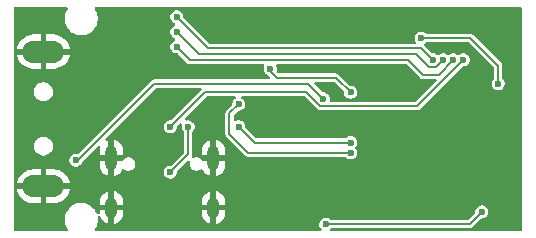
<source format=gbr>
%TF.GenerationSoftware,KiCad,Pcbnew,9.0.7*%
%TF.CreationDate,2026-02-09T14:49:55+01:00*%
%TF.ProjectId,usb-dmx,7573622d-646d-4782-9e6b-696361645f70,1.3*%
%TF.SameCoordinates,Original*%
%TF.FileFunction,Copper,L2,Bot*%
%TF.FilePolarity,Positive*%
%FSLAX46Y46*%
G04 Gerber Fmt 4.6, Leading zero omitted, Abs format (unit mm)*
G04 Created by KiCad (PCBNEW 9.0.7) date 2026-02-09 14:49:55*
%MOMM*%
%LPD*%
G01*
G04 APERTURE LIST*
%TA.AperFunction,HeatsinkPad*%
%ADD10O,3.500000X1.900000*%
%TD*%
%TA.AperFunction,HeatsinkPad*%
%ADD11O,1.000000X2.100000*%
%TD*%
%TA.AperFunction,HeatsinkPad*%
%ADD12O,1.000000X1.800000*%
%TD*%
%TA.AperFunction,ViaPad*%
%ADD13C,0.600000*%
%TD*%
%TA.AperFunction,Conductor*%
%ADD14C,0.200000*%
%TD*%
G04 APERTURE END LIST*
D10*
%TO.P,J2,5,Shield*%
%TO.N,GND*%
X94000000Y-61800000D03*
X94000000Y-73200000D03*
%TD*%
D11*
%TO.P,J1,S1,SHIELD*%
%TO.N,GND*%
X99750000Y-70820000D03*
D12*
X99750000Y-75000000D03*
D11*
X108390000Y-70820000D03*
D12*
X108390000Y-75000000D03*
%TD*%
D13*
%TO.N,Net-(U3-EN)*%
X125987500Y-60650000D03*
X132500000Y-64500000D03*
%TO.N,14*%
X120000000Y-65250000D03*
X113208952Y-63250161D03*
%TO.N,1*%
X129550000Y-62500000D03*
X104750000Y-68162500D03*
%TO.N,2*%
X105287500Y-61385000D03*
X128700000Y-62500000D03*
%TO.N,0*%
X131125000Y-75375000D03*
X117900000Y-76400000D03*
%TO.N,4*%
X105287500Y-58845000D03*
X127000000Y-62500000D03*
%TO.N,GND*%
X103750000Y-72000000D03*
X122500000Y-63500000D03*
X112250000Y-59500000D03*
X113750000Y-66350000D03*
X124750000Y-59500000D03*
X130250000Y-69500000D03*
X122500000Y-69500000D03*
X113750000Y-68250000D03*
X100250000Y-65000000D03*
X103250000Y-66337500D03*
X132750000Y-66500000D03*
X106750000Y-63500000D03*
X122500000Y-74000000D03*
X102750000Y-59250000D03*
X94250000Y-67500000D03*
X127000000Y-74000000D03*
X117000000Y-74000000D03*
X92500000Y-75750000D03*
X114000000Y-73750000D03*
X121750000Y-59500000D03*
X130250000Y-66500000D03*
X103750000Y-75250000D03*
X117500000Y-63250000D03*
X104750000Y-75250000D03*
X114008949Y-63247017D03*
X124750000Y-65500000D03*
X129750000Y-59750000D03*
X97000000Y-73250000D03*
X132750000Y-74000000D03*
X120150000Y-60650000D03*
X110750000Y-74250000D03*
X103000000Y-62500000D03*
X94000000Y-59250000D03*
%TO.N,VCC_5V*%
X117700000Y-65800000D03*
X96750000Y-71000000D03*
%TO.N,D+*%
X120000000Y-70350000D03*
X110525000Y-66250000D03*
%TO.N,D-*%
X110525000Y-68150000D03*
X120000000Y-69500000D03*
%TO.N,3*%
X105287500Y-60115000D03*
X127850000Y-62500000D03*
%TO.N,Net-(J1-CC2)*%
X106250000Y-68162500D03*
X104750000Y-72000000D03*
%TD*%
D14*
%TO.N,VCC_5V*%
X96750000Y-71000000D02*
X96900000Y-71000000D01*
X96900000Y-71000000D02*
X103400000Y-64500000D01*
X103400000Y-64500000D02*
X116400000Y-64500000D01*
X116400000Y-64500000D02*
X117700000Y-65800000D01*
%TO.N,Net-(U3-EN)*%
X132500000Y-63000000D02*
X130150000Y-60650000D01*
X130150000Y-60650000D02*
X125987500Y-60650000D01*
X132500000Y-64500000D02*
X132500000Y-63000000D01*
%TO.N,14*%
X113208952Y-63250161D02*
X113208952Y-63458952D01*
X113750000Y-64000000D02*
X118750000Y-64000000D01*
X118750000Y-64000000D02*
X120000000Y-65250000D01*
X113208952Y-63458952D02*
X113750000Y-64000000D01*
%TO.N,1*%
X125649000Y-66401000D02*
X129550000Y-62500000D01*
X107713500Y-65199000D02*
X116249057Y-65199000D01*
X117451057Y-66401000D02*
X125649000Y-66401000D01*
X116249057Y-65199000D02*
X117451057Y-66401000D01*
X104750000Y-68162500D02*
X107713500Y-65199000D01*
%TO.N,2*%
X128700000Y-62500000D02*
X127450000Y-63750000D01*
X124875000Y-62500000D02*
X106402500Y-62500000D01*
X106402500Y-62500000D02*
X105287500Y-61385000D01*
X127450000Y-63750000D02*
X126125000Y-63750000D01*
X126125000Y-63750000D02*
X124875000Y-62500000D01*
%TO.N,0*%
X131125000Y-75375000D02*
X130100000Y-76400000D01*
X130100000Y-76400000D02*
X117900000Y-76400000D01*
%TO.N,4*%
X107942500Y-61500000D02*
X105287500Y-58845000D01*
X126000000Y-61500000D02*
X107942500Y-61500000D01*
X127000000Y-62500000D02*
X126000000Y-61500000D01*
%TO.N,D+*%
X111350000Y-70350000D02*
X120000000Y-70350000D01*
X109750000Y-67025000D02*
X109750000Y-68750000D01*
X110525000Y-66250000D02*
X109750000Y-67025000D01*
X109750000Y-68750000D02*
X111350000Y-70350000D01*
%TO.N,D-*%
X110525000Y-68150000D02*
X111875000Y-69500000D01*
X111875000Y-69500000D02*
X120000000Y-69500000D01*
%TO.N,3*%
X127599943Y-62750000D02*
X127248943Y-63101000D01*
X127850000Y-62500000D02*
X127600000Y-62750000D01*
X126601000Y-63101000D02*
X125500000Y-62000000D01*
X127600000Y-62750000D02*
X127599943Y-62750000D01*
X127248943Y-63101000D02*
X126601000Y-63101000D01*
X125500000Y-62000000D02*
X107172500Y-62000000D01*
X107172500Y-62000000D02*
X105287500Y-60115000D01*
%TO.N,Net-(J1-CC2)*%
X106250000Y-70500000D02*
X106250000Y-68162500D01*
X104750000Y-72000000D02*
X106250000Y-70500000D01*
%TD*%
%TA.AperFunction,Conductor*%
%TO.N,GND*%
G36*
X124745495Y-62870185D02*
G01*
X124766137Y-62886819D01*
X125909788Y-64030470D01*
X125989712Y-64076614D01*
X126078856Y-64100500D01*
X127154456Y-64100500D01*
X127221495Y-64120185D01*
X127267250Y-64172989D01*
X127277194Y-64242147D01*
X127248169Y-64305703D01*
X127242137Y-64312181D01*
X125540137Y-66014181D01*
X125478814Y-66047666D01*
X125452456Y-66050500D01*
X118364398Y-66050500D01*
X118297359Y-66030815D01*
X118251604Y-65978011D01*
X118241660Y-65908853D01*
X118244623Y-65894407D01*
X118250500Y-65872475D01*
X118250500Y-65727525D01*
X118212984Y-65587515D01*
X118208171Y-65579179D01*
X118140511Y-65461988D01*
X118140506Y-65461982D01*
X118038017Y-65359493D01*
X118038011Y-65359488D01*
X117912488Y-65287017D01*
X117912489Y-65287017D01*
X117881987Y-65278844D01*
X117772475Y-65249500D01*
X117772472Y-65249500D01*
X117696544Y-65249500D01*
X117629505Y-65229815D01*
X117608863Y-65213181D01*
X116957863Y-64562181D01*
X116924378Y-64500858D01*
X116929362Y-64431166D01*
X116971234Y-64375233D01*
X117036698Y-64350816D01*
X117045544Y-64350500D01*
X118553456Y-64350500D01*
X118620495Y-64370185D01*
X118641137Y-64386819D01*
X119413181Y-65158863D01*
X119446666Y-65220186D01*
X119449500Y-65246544D01*
X119449500Y-65322475D01*
X119479249Y-65433497D01*
X119487017Y-65462488D01*
X119559488Y-65588011D01*
X119559490Y-65588013D01*
X119559491Y-65588015D01*
X119661985Y-65690509D01*
X119661986Y-65690510D01*
X119661988Y-65690511D01*
X119787511Y-65762982D01*
X119787512Y-65762982D01*
X119787515Y-65762984D01*
X119927525Y-65800500D01*
X119927528Y-65800500D01*
X120072472Y-65800500D01*
X120072475Y-65800500D01*
X120212485Y-65762984D01*
X120338015Y-65690509D01*
X120440509Y-65588015D01*
X120512984Y-65462485D01*
X120550500Y-65322475D01*
X120550500Y-65177525D01*
X120512984Y-65037515D01*
X120456977Y-64940509D01*
X120440511Y-64911988D01*
X120440506Y-64911982D01*
X120338017Y-64809493D01*
X120338011Y-64809488D01*
X120212488Y-64737017D01*
X120212489Y-64737017D01*
X120201006Y-64733940D01*
X120072475Y-64699500D01*
X120072472Y-64699500D01*
X119996544Y-64699500D01*
X119929505Y-64679815D01*
X119908863Y-64663181D01*
X118965213Y-63719531D01*
X118965208Y-63719527D01*
X118885290Y-63673387D01*
X118885289Y-63673386D01*
X118885288Y-63673386D01*
X118796144Y-63649500D01*
X118796143Y-63649500D01*
X113946543Y-63649500D01*
X113917102Y-63640855D01*
X113887116Y-63634332D01*
X113882100Y-63630577D01*
X113879504Y-63629815D01*
X113858862Y-63613181D01*
X113769682Y-63524001D01*
X113736197Y-63462678D01*
X113737588Y-63404229D01*
X113759452Y-63322636D01*
X113759452Y-63177686D01*
X113721936Y-63037676D01*
X113721934Y-63037672D01*
X113721256Y-63036497D01*
X113720984Y-63035379D01*
X113718824Y-63030162D01*
X113719637Y-63029825D01*
X113704786Y-62968596D01*
X113727640Y-62902570D01*
X113782563Y-62859381D01*
X113828645Y-62850500D01*
X124678456Y-62850500D01*
X124745495Y-62870185D01*
G37*
%TD.AperFunction*%
%TA.AperFunction,Conductor*%
G36*
X96017026Y-58020185D02*
G01*
X96062781Y-58072989D01*
X96072725Y-58142147D01*
X96050305Y-58197386D01*
X96000998Y-58265250D01*
X95900817Y-58461864D01*
X95832631Y-58671722D01*
X95798112Y-58889663D01*
X95798112Y-59110336D01*
X95832631Y-59328277D01*
X95900817Y-59538135D01*
X96001000Y-59734752D01*
X96130694Y-59913262D01*
X96130698Y-59913267D01*
X96286732Y-60069301D01*
X96286737Y-60069305D01*
X96442443Y-60182431D01*
X96465251Y-60199002D01*
X96661862Y-60299181D01*
X96661864Y-60299182D01*
X96748973Y-60327485D01*
X96871724Y-60367369D01*
X96972664Y-60383356D01*
X97089664Y-60401888D01*
X97089669Y-60401888D01*
X97310336Y-60401888D01*
X97415991Y-60385153D01*
X97528276Y-60367369D01*
X97738138Y-60299181D01*
X97934749Y-60199002D01*
X98113269Y-60069300D01*
X98269300Y-59913269D01*
X98399002Y-59734749D01*
X98499181Y-59538138D01*
X98567369Y-59328276D01*
X98595065Y-59153413D01*
X98601888Y-59110336D01*
X98601888Y-58889663D01*
X98568989Y-58681954D01*
X98567369Y-58671724D01*
X98513842Y-58506985D01*
X98499182Y-58461864D01*
X98433021Y-58332017D01*
X98399002Y-58265251D01*
X98349694Y-58197385D01*
X98326215Y-58131579D01*
X98342040Y-58063525D01*
X98392146Y-58014830D01*
X98450013Y-58000500D01*
X134375500Y-58000500D01*
X134442539Y-58020185D01*
X134488294Y-58072989D01*
X134499500Y-58124500D01*
X134499500Y-76875500D01*
X134479815Y-76942539D01*
X134427011Y-76988294D01*
X134375500Y-76999500D01*
X118378386Y-76999500D01*
X118357140Y-76993261D01*
X118335052Y-76991682D01*
X118324268Y-76983609D01*
X118311347Y-76979815D01*
X118296847Y-76963081D01*
X118279119Y-76949810D01*
X118274411Y-76937189D01*
X118265592Y-76927011D01*
X118262440Y-76905093D01*
X118254702Y-76884346D01*
X118257564Y-76871185D01*
X118255648Y-76857853D01*
X118264847Y-76837709D01*
X118269554Y-76816073D01*
X118282822Y-76798347D01*
X118284673Y-76794297D01*
X118290705Y-76787819D01*
X118291705Y-76786819D01*
X118353028Y-76753334D01*
X118379386Y-76750500D01*
X130146142Y-76750500D01*
X130146144Y-76750500D01*
X130235288Y-76726614D01*
X130245912Y-76720480D01*
X130315212Y-76680470D01*
X131033863Y-75961819D01*
X131095186Y-75928334D01*
X131121544Y-75925500D01*
X131197472Y-75925500D01*
X131197475Y-75925500D01*
X131337485Y-75887984D01*
X131463015Y-75815509D01*
X131565509Y-75713015D01*
X131637984Y-75587485D01*
X131675500Y-75447475D01*
X131675500Y-75302525D01*
X131637984Y-75162515D01*
X131594233Y-75086737D01*
X131565511Y-75036988D01*
X131565506Y-75036982D01*
X131463017Y-74934493D01*
X131463011Y-74934488D01*
X131337488Y-74862017D01*
X131337489Y-74862017D01*
X131326006Y-74858940D01*
X131197475Y-74824500D01*
X131052525Y-74824500D01*
X130923993Y-74858940D01*
X130912511Y-74862017D01*
X130786988Y-74934488D01*
X130786982Y-74934493D01*
X130684493Y-75036982D01*
X130684488Y-75036988D01*
X130612017Y-75162511D01*
X130612016Y-75162515D01*
X130574500Y-75302525D01*
X130574500Y-75302527D01*
X130574500Y-75378456D01*
X130554815Y-75445495D01*
X130538181Y-75466137D01*
X129991137Y-76013181D01*
X129929814Y-76046666D01*
X129903456Y-76049500D01*
X118379386Y-76049500D01*
X118312347Y-76029815D01*
X118291705Y-76013181D01*
X118238017Y-75959493D01*
X118238011Y-75959488D01*
X118112488Y-75887017D01*
X118112489Y-75887017D01*
X118101006Y-75883940D01*
X117972475Y-75849500D01*
X117827525Y-75849500D01*
X117698993Y-75883940D01*
X117687511Y-75887017D01*
X117561988Y-75959488D01*
X117561982Y-75959493D01*
X117459493Y-76061982D01*
X117459488Y-76061988D01*
X117387017Y-76187511D01*
X117387016Y-76187515D01*
X117349500Y-76327525D01*
X117349500Y-76472475D01*
X117367094Y-76538135D01*
X117387017Y-76612488D01*
X117459488Y-76738011D01*
X117459493Y-76738017D01*
X117509295Y-76787819D01*
X117542780Y-76849142D01*
X117537796Y-76918834D01*
X117495924Y-76974767D01*
X117430460Y-76999184D01*
X117421614Y-76999500D01*
X98450013Y-76999500D01*
X98382974Y-76979815D01*
X98337219Y-76927011D01*
X98327275Y-76857853D01*
X98349695Y-76802614D01*
X98361171Y-76786819D01*
X98399002Y-76734749D01*
X98499181Y-76538138D01*
X98567369Y-76328276D01*
X98585153Y-76215991D01*
X98601888Y-76110336D01*
X98601888Y-75889663D01*
X98599523Y-75874736D01*
X98608474Y-75805443D01*
X98653468Y-75751989D01*
X98720219Y-75731346D01*
X98787533Y-75750068D01*
X98834040Y-75802211D01*
X98836556Y-75807880D01*
X98863809Y-75873674D01*
X98863814Y-75873684D01*
X98973248Y-76037462D01*
X98973251Y-76037466D01*
X99112533Y-76176748D01*
X99112537Y-76176751D01*
X99276315Y-76286185D01*
X99276328Y-76286192D01*
X99458308Y-76361569D01*
X99500000Y-76369862D01*
X99500000Y-75566988D01*
X99509940Y-75584205D01*
X99565795Y-75640060D01*
X99634204Y-75679556D01*
X99710504Y-75700000D01*
X99789496Y-75700000D01*
X99865796Y-75679556D01*
X99934205Y-75640060D01*
X99990060Y-75584205D01*
X100000000Y-75566988D01*
X100000000Y-76369862D01*
X100041690Y-76361569D01*
X100041692Y-76361569D01*
X100223671Y-76286192D01*
X100223684Y-76286185D01*
X100387462Y-76176751D01*
X100387466Y-76176748D01*
X100526748Y-76037466D01*
X100526751Y-76037462D01*
X100636185Y-75873684D01*
X100636192Y-75873671D01*
X100711569Y-75691693D01*
X100711572Y-75691681D01*
X100749999Y-75498495D01*
X100750000Y-75498492D01*
X100750000Y-75250000D01*
X100050000Y-75250000D01*
X100050000Y-74750000D01*
X100750000Y-74750000D01*
X100750000Y-74501508D01*
X100749999Y-74501504D01*
X107390000Y-74501504D01*
X107390000Y-74750000D01*
X108090000Y-74750000D01*
X108090000Y-75250000D01*
X107390000Y-75250000D01*
X107390000Y-75498495D01*
X107428427Y-75691681D01*
X107428430Y-75691693D01*
X107503807Y-75873671D01*
X107503814Y-75873684D01*
X107613248Y-76037462D01*
X107613251Y-76037466D01*
X107752533Y-76176748D01*
X107752537Y-76176751D01*
X107916315Y-76286185D01*
X107916328Y-76286192D01*
X108098308Y-76361569D01*
X108140000Y-76369862D01*
X108140000Y-75566988D01*
X108149940Y-75584205D01*
X108205795Y-75640060D01*
X108274204Y-75679556D01*
X108350504Y-75700000D01*
X108429496Y-75700000D01*
X108505796Y-75679556D01*
X108574205Y-75640060D01*
X108630060Y-75584205D01*
X108640000Y-75566988D01*
X108640000Y-76369862D01*
X108681690Y-76361569D01*
X108681692Y-76361569D01*
X108863671Y-76286192D01*
X108863684Y-76286185D01*
X109027462Y-76176751D01*
X109027466Y-76176748D01*
X109166748Y-76037466D01*
X109166751Y-76037462D01*
X109276185Y-75873684D01*
X109276192Y-75873671D01*
X109351569Y-75691693D01*
X109351572Y-75691681D01*
X109389999Y-75498495D01*
X109390000Y-75498492D01*
X109390000Y-75250000D01*
X108690000Y-75250000D01*
X108690000Y-74750000D01*
X109390000Y-74750000D01*
X109390000Y-74501508D01*
X109389999Y-74501504D01*
X109351572Y-74308318D01*
X109351569Y-74308306D01*
X109276192Y-74126328D01*
X109276185Y-74126315D01*
X109166751Y-73962537D01*
X109166748Y-73962533D01*
X109027466Y-73823251D01*
X109027462Y-73823248D01*
X108863684Y-73713814D01*
X108863671Y-73713807D01*
X108681691Y-73638429D01*
X108681683Y-73638427D01*
X108640000Y-73630135D01*
X108640000Y-74433011D01*
X108630060Y-74415795D01*
X108574205Y-74359940D01*
X108505796Y-74320444D01*
X108429496Y-74300000D01*
X108350504Y-74300000D01*
X108274204Y-74320444D01*
X108205795Y-74359940D01*
X108149940Y-74415795D01*
X108140000Y-74433011D01*
X108140000Y-73630136D01*
X108139999Y-73630135D01*
X108098316Y-73638427D01*
X108098308Y-73638429D01*
X107916328Y-73713807D01*
X107916315Y-73713814D01*
X107752537Y-73823248D01*
X107752533Y-73823251D01*
X107613251Y-73962533D01*
X107613248Y-73962537D01*
X107503814Y-74126315D01*
X107503807Y-74126328D01*
X107428430Y-74308306D01*
X107428427Y-74308318D01*
X107390000Y-74501504D01*
X100749999Y-74501504D01*
X100711572Y-74308318D01*
X100711569Y-74308306D01*
X100636192Y-74126328D01*
X100636185Y-74126315D01*
X100526751Y-73962537D01*
X100526748Y-73962533D01*
X100387466Y-73823251D01*
X100387462Y-73823248D01*
X100223684Y-73713814D01*
X100223671Y-73713807D01*
X100041691Y-73638429D01*
X100041683Y-73638427D01*
X100000000Y-73630135D01*
X100000000Y-74433011D01*
X99990060Y-74415795D01*
X99934205Y-74359940D01*
X99865796Y-74320444D01*
X99789496Y-74300000D01*
X99710504Y-74300000D01*
X99634204Y-74320444D01*
X99565795Y-74359940D01*
X99509940Y-74415795D01*
X99500000Y-74433011D01*
X99500000Y-73630136D01*
X99499999Y-73630135D01*
X99458316Y-73638427D01*
X99458308Y-73638429D01*
X99276328Y-73713807D01*
X99276315Y-73713814D01*
X99112537Y-73823248D01*
X99112533Y-73823251D01*
X98973251Y-73962533D01*
X98973248Y-73962537D01*
X98863814Y-74126315D01*
X98863807Y-74126328D01*
X98788430Y-74308306D01*
X98788427Y-74308318D01*
X98750000Y-74501504D01*
X98750000Y-74750000D01*
X99450000Y-74750000D01*
X99450000Y-75250000D01*
X98750000Y-75250000D01*
X98750000Y-75450896D01*
X98730315Y-75517935D01*
X98677511Y-75563690D01*
X98608353Y-75573634D01*
X98544797Y-75544609D01*
X98508069Y-75489215D01*
X98500570Y-75466137D01*
X98499181Y-75461862D01*
X98399002Y-75265251D01*
X98324360Y-75162515D01*
X98269305Y-75086737D01*
X98269301Y-75086732D01*
X98113267Y-74930698D01*
X98113262Y-74930694D01*
X97934752Y-74801000D01*
X97934751Y-74800999D01*
X97934749Y-74800998D01*
X97834660Y-74750000D01*
X97738135Y-74700817D01*
X97528277Y-74632631D01*
X97435208Y-74617890D01*
X97310336Y-74598112D01*
X97310331Y-74598112D01*
X97089669Y-74598112D01*
X97089664Y-74598112D01*
X96871722Y-74632631D01*
X96661864Y-74700817D01*
X96465247Y-74801000D01*
X96286737Y-74930694D01*
X96286732Y-74930698D01*
X96130698Y-75086732D01*
X96130694Y-75086737D01*
X96001000Y-75265247D01*
X95900817Y-75461864D01*
X95832631Y-75671722D01*
X95798112Y-75889663D01*
X95798112Y-76110336D01*
X95832631Y-76328277D01*
X95900817Y-76538135D01*
X96000998Y-76734749D01*
X96050305Y-76802614D01*
X96073785Y-76868421D01*
X96057960Y-76936475D01*
X96007854Y-76985170D01*
X95949987Y-76999500D01*
X91624500Y-76999500D01*
X91557461Y-76979815D01*
X91511706Y-76927011D01*
X91500500Y-76875500D01*
X91500500Y-72950000D01*
X91771522Y-72950000D01*
X92824722Y-72950000D01*
X92780667Y-73026306D01*
X92750000Y-73140756D01*
X92750000Y-73259244D01*
X92780667Y-73373694D01*
X92824722Y-73450000D01*
X91771522Y-73450000D01*
X91785704Y-73539544D01*
X91856230Y-73756604D01*
X91959849Y-73959966D01*
X92094004Y-74144614D01*
X92255385Y-74305995D01*
X92440033Y-74440150D01*
X92643395Y-74543769D01*
X92860455Y-74614295D01*
X93085884Y-74650000D01*
X93750000Y-74650000D01*
X93750000Y-73650000D01*
X94250000Y-73650000D01*
X94250000Y-74650000D01*
X94914116Y-74650000D01*
X95139544Y-74614295D01*
X95356604Y-74543769D01*
X95559966Y-74440150D01*
X95744614Y-74305995D01*
X95905995Y-74144614D01*
X96040150Y-73959966D01*
X96143769Y-73756604D01*
X96214295Y-73539544D01*
X96228478Y-73450000D01*
X95175278Y-73450000D01*
X95219333Y-73373694D01*
X95250000Y-73259244D01*
X95250000Y-73140756D01*
X95219333Y-73026306D01*
X95175278Y-72950000D01*
X96228478Y-72950000D01*
X96214295Y-72860455D01*
X96143769Y-72643395D01*
X96040150Y-72440033D01*
X95905995Y-72255385D01*
X95744614Y-72094004D01*
X95559966Y-71959849D01*
X95356604Y-71856230D01*
X95139544Y-71785704D01*
X94914116Y-71750000D01*
X94250000Y-71750000D01*
X94250000Y-72750000D01*
X93750000Y-72750000D01*
X93750000Y-71750000D01*
X93085884Y-71750000D01*
X92860455Y-71785704D01*
X92643395Y-71856230D01*
X92440033Y-71959849D01*
X92255385Y-72094004D01*
X92094004Y-72255385D01*
X91959849Y-72440033D01*
X91856230Y-72643395D01*
X91785704Y-72860455D01*
X91771522Y-72950000D01*
X91500500Y-72950000D01*
X91500500Y-70927525D01*
X96199500Y-70927525D01*
X96199500Y-71072475D01*
X96214121Y-71127039D01*
X96237017Y-71212488D01*
X96309488Y-71338011D01*
X96309490Y-71338013D01*
X96309491Y-71338015D01*
X96411985Y-71440509D01*
X96411986Y-71440510D01*
X96411988Y-71440511D01*
X96537511Y-71512982D01*
X96537512Y-71512982D01*
X96537515Y-71512984D01*
X96677525Y-71550500D01*
X96677528Y-71550500D01*
X96822472Y-71550500D01*
X96822475Y-71550500D01*
X96962485Y-71512984D01*
X97088015Y-71440509D01*
X97190509Y-71338015D01*
X97262984Y-71212485D01*
X97283589Y-71135583D01*
X97291605Y-71121698D01*
X97294531Y-71108252D01*
X97315679Y-71080001D01*
X98610006Y-69785674D01*
X98671327Y-69752191D01*
X98741019Y-69757175D01*
X98796952Y-69799047D01*
X98821369Y-69864511D01*
X98812247Y-69920808D01*
X98788429Y-69978311D01*
X98788427Y-69978318D01*
X98750000Y-70171504D01*
X98750000Y-70570000D01*
X99450000Y-70570000D01*
X99450000Y-71070000D01*
X98750000Y-71070000D01*
X98750000Y-71468495D01*
X98788427Y-71661681D01*
X98788430Y-71661693D01*
X98863807Y-71843671D01*
X98863814Y-71843684D01*
X98973248Y-72007462D01*
X98973251Y-72007466D01*
X99112533Y-72146748D01*
X99112537Y-72146751D01*
X99276315Y-72256185D01*
X99276328Y-72256192D01*
X99458308Y-72331569D01*
X99500000Y-72339862D01*
X99500000Y-71536988D01*
X99509940Y-71554205D01*
X99565795Y-71610060D01*
X99634204Y-71649556D01*
X99710504Y-71670000D01*
X99789496Y-71670000D01*
X99865796Y-71649556D01*
X99934205Y-71610060D01*
X99990060Y-71554205D01*
X100000000Y-71536988D01*
X100000000Y-72339862D01*
X100041690Y-72331569D01*
X100041692Y-72331569D01*
X100223671Y-72256192D01*
X100223684Y-72256185D01*
X100387462Y-72146751D01*
X100387466Y-72146748D01*
X100526748Y-72007466D01*
X100526751Y-72007462D01*
X100636185Y-71843684D01*
X100636186Y-71843682D01*
X100640129Y-71834163D01*
X100683968Y-71779757D01*
X100750261Y-71757689D01*
X100817961Y-71774965D01*
X100823400Y-71778647D01*
X100826634Y-71780514D01*
X100826635Y-71780515D01*
X100896521Y-71820864D01*
X100957776Y-71856230D01*
X100957865Y-71856281D01*
X101104234Y-71895500D01*
X101104236Y-71895500D01*
X101255764Y-71895500D01*
X101255766Y-71895500D01*
X101402135Y-71856281D01*
X101533365Y-71780515D01*
X101640515Y-71673365D01*
X101716281Y-71542135D01*
X101755500Y-71395766D01*
X101755500Y-71244234D01*
X101716281Y-71097865D01*
X101640515Y-70966635D01*
X101533365Y-70859485D01*
X101467750Y-70821602D01*
X101402136Y-70783719D01*
X101303604Y-70757318D01*
X101255766Y-70744500D01*
X101104234Y-70744500D01*
X100957863Y-70783719D01*
X100826635Y-70859485D01*
X100826632Y-70859487D01*
X100719487Y-70966632D01*
X100719483Y-70966638D01*
X100695603Y-71008000D01*
X100645036Y-71056216D01*
X100588216Y-71070000D01*
X100050000Y-71070000D01*
X100050000Y-70570000D01*
X100750000Y-70570000D01*
X100750000Y-70171508D01*
X100749999Y-70171504D01*
X100711572Y-69978318D01*
X100711569Y-69978306D01*
X100636192Y-69796328D01*
X100636185Y-69796315D01*
X100526751Y-69632537D01*
X100526748Y-69632533D01*
X100387466Y-69493251D01*
X100387462Y-69493248D01*
X100223684Y-69383814D01*
X100223671Y-69383807D01*
X100041691Y-69308429D01*
X100041683Y-69308427D01*
X100000000Y-69300135D01*
X100000000Y-70103011D01*
X99990060Y-70085795D01*
X99934205Y-70029940D01*
X99865796Y-69990444D01*
X99789496Y-69970000D01*
X99710504Y-69970000D01*
X99634204Y-69990444D01*
X99565795Y-70029940D01*
X99509940Y-70085795D01*
X99500000Y-70103011D01*
X99500000Y-69300136D01*
X99499999Y-69300135D01*
X99458316Y-69308427D01*
X99458308Y-69308429D01*
X99400810Y-69332246D01*
X99331341Y-69339715D01*
X99268862Y-69308439D01*
X99233210Y-69248350D01*
X99235704Y-69178525D01*
X99265677Y-69130004D01*
X100420517Y-67975165D01*
X103508863Y-64886819D01*
X103570186Y-64853334D01*
X103596544Y-64850500D01*
X107266956Y-64850500D01*
X107333995Y-64870185D01*
X107379750Y-64922989D01*
X107389694Y-64992147D01*
X107360669Y-65055703D01*
X107354637Y-65062181D01*
X104841137Y-67575681D01*
X104779814Y-67609166D01*
X104753456Y-67612000D01*
X104677525Y-67612000D01*
X104551924Y-67645655D01*
X104537511Y-67649517D01*
X104411988Y-67721988D01*
X104411982Y-67721993D01*
X104309493Y-67824482D01*
X104309488Y-67824488D01*
X104237017Y-67950011D01*
X104237016Y-67950015D01*
X104199500Y-68090025D01*
X104199500Y-68234975D01*
X104237016Y-68374985D01*
X104237017Y-68374988D01*
X104309488Y-68500511D01*
X104309490Y-68500513D01*
X104309491Y-68500515D01*
X104411985Y-68603009D01*
X104411986Y-68603010D01*
X104411988Y-68603011D01*
X104537511Y-68675482D01*
X104537512Y-68675482D01*
X104537515Y-68675484D01*
X104677525Y-68713000D01*
X104677528Y-68713000D01*
X104822472Y-68713000D01*
X104822475Y-68713000D01*
X104962485Y-68675484D01*
X105088015Y-68603009D01*
X105190509Y-68500515D01*
X105262984Y-68374985D01*
X105300500Y-68234975D01*
X105300500Y-68159044D01*
X105309144Y-68129603D01*
X105315668Y-68099617D01*
X105319422Y-68094601D01*
X105320185Y-68092005D01*
X105336819Y-68071363D01*
X105392078Y-68016104D01*
X105511853Y-67896328D01*
X105573174Y-67862845D01*
X105642865Y-67867829D01*
X105698799Y-67909700D01*
X105723216Y-67975165D01*
X105719307Y-68016104D01*
X105702849Y-68077525D01*
X105699500Y-68090025D01*
X105699500Y-68234975D01*
X105737016Y-68374985D01*
X105737017Y-68374988D01*
X105809488Y-68500511D01*
X105809493Y-68500517D01*
X105863181Y-68554205D01*
X105896666Y-68615528D01*
X105899500Y-68641886D01*
X105899500Y-70303456D01*
X105879815Y-70370495D01*
X105863181Y-70391137D01*
X104841137Y-71413181D01*
X104779814Y-71446666D01*
X104753456Y-71449500D01*
X104677525Y-71449500D01*
X104548993Y-71483940D01*
X104537511Y-71487017D01*
X104411988Y-71559488D01*
X104411982Y-71559493D01*
X104309493Y-71661982D01*
X104309488Y-71661988D01*
X104237017Y-71787511D01*
X104237016Y-71787515D01*
X104199500Y-71927525D01*
X104199500Y-72072475D01*
X104237016Y-72212485D01*
X104237017Y-72212488D01*
X104309488Y-72338011D01*
X104309490Y-72338013D01*
X104309491Y-72338015D01*
X104411985Y-72440509D01*
X104411986Y-72440510D01*
X104411988Y-72440511D01*
X104537511Y-72512982D01*
X104537512Y-72512982D01*
X104537515Y-72512984D01*
X104677525Y-72550500D01*
X104677528Y-72550500D01*
X104822472Y-72550500D01*
X104822475Y-72550500D01*
X104962485Y-72512984D01*
X105088015Y-72440509D01*
X105190509Y-72338015D01*
X105262984Y-72212485D01*
X105300500Y-72072475D01*
X105300500Y-71996543D01*
X105320185Y-71929504D01*
X105336819Y-71908862D01*
X105759885Y-71485796D01*
X106197478Y-71048202D01*
X106258799Y-71014719D01*
X106328490Y-71019703D01*
X106384424Y-71061575D01*
X106408841Y-71127039D01*
X106404932Y-71167977D01*
X106384500Y-71244232D01*
X106384500Y-71244234D01*
X106384500Y-71395766D01*
X106398898Y-71449500D01*
X106423719Y-71542136D01*
X106461602Y-71607750D01*
X106499485Y-71673365D01*
X106606635Y-71780515D01*
X106720281Y-71846129D01*
X106737776Y-71856230D01*
X106737865Y-71856281D01*
X106884234Y-71895500D01*
X106884236Y-71895500D01*
X107035764Y-71895500D01*
X107035766Y-71895500D01*
X107182135Y-71856281D01*
X107313365Y-71780515D01*
X107313366Y-71780513D01*
X107320403Y-71776451D01*
X107321676Y-71778656D01*
X107374956Y-71758043D01*
X107443405Y-71772063D01*
X107493407Y-71820864D01*
X107499867Y-71834157D01*
X107503809Y-71843674D01*
X107503814Y-71843684D01*
X107613248Y-72007462D01*
X107613251Y-72007466D01*
X107752533Y-72146748D01*
X107752537Y-72146751D01*
X107916315Y-72256185D01*
X107916328Y-72256192D01*
X108098308Y-72331569D01*
X108140000Y-72339862D01*
X108140000Y-71536988D01*
X108149940Y-71554205D01*
X108205795Y-71610060D01*
X108274204Y-71649556D01*
X108350504Y-71670000D01*
X108429496Y-71670000D01*
X108505796Y-71649556D01*
X108574205Y-71610060D01*
X108630060Y-71554205D01*
X108640000Y-71536988D01*
X108640000Y-72339862D01*
X108681690Y-72331569D01*
X108681692Y-72331569D01*
X108863671Y-72256192D01*
X108863684Y-72256185D01*
X109027462Y-72146751D01*
X109027466Y-72146748D01*
X109166748Y-72007466D01*
X109166751Y-72007462D01*
X109276185Y-71843684D01*
X109276192Y-71843671D01*
X109351569Y-71661693D01*
X109351572Y-71661681D01*
X109389999Y-71468495D01*
X109390000Y-71468492D01*
X109390000Y-71070000D01*
X108690000Y-71070000D01*
X108690000Y-70570000D01*
X109390000Y-70570000D01*
X109390000Y-70171508D01*
X109389999Y-70171504D01*
X109351572Y-69978318D01*
X109351569Y-69978306D01*
X109276192Y-69796328D01*
X109276185Y-69796315D01*
X109166751Y-69632537D01*
X109166748Y-69632533D01*
X109027466Y-69493251D01*
X109027462Y-69493248D01*
X108863684Y-69383814D01*
X108863671Y-69383807D01*
X108681691Y-69308429D01*
X108681683Y-69308427D01*
X108640000Y-69300135D01*
X108640000Y-70103011D01*
X108630060Y-70085795D01*
X108574205Y-70029940D01*
X108505796Y-69990444D01*
X108429496Y-69970000D01*
X108350504Y-69970000D01*
X108274204Y-69990444D01*
X108205795Y-70029940D01*
X108149940Y-70085795D01*
X108140000Y-70103011D01*
X108140000Y-69300136D01*
X108139999Y-69300135D01*
X108098316Y-69308427D01*
X108098308Y-69308429D01*
X107916328Y-69383807D01*
X107916315Y-69383814D01*
X107752537Y-69493248D01*
X107752533Y-69493251D01*
X107613251Y-69632533D01*
X107613248Y-69632537D01*
X107503814Y-69796315D01*
X107503807Y-69796328D01*
X107428430Y-69978306D01*
X107428427Y-69978318D01*
X107390000Y-70171504D01*
X107390000Y-70570000D01*
X108090000Y-70570000D01*
X108090000Y-71070000D01*
X107551784Y-71070000D01*
X107484745Y-71050315D01*
X107444397Y-71008000D01*
X107420515Y-70966635D01*
X107313365Y-70859485D01*
X107247750Y-70821602D01*
X107182136Y-70783719D01*
X107083604Y-70757318D01*
X107035766Y-70744500D01*
X106884234Y-70744500D01*
X106737865Y-70783719D01*
X106737863Y-70783719D01*
X106730014Y-70785823D01*
X106729258Y-70783002D01*
X106717164Y-70788878D01*
X106695862Y-70786331D01*
X106674536Y-70788616D01*
X106661863Y-70782266D01*
X106647788Y-70780584D01*
X106631246Y-70766926D01*
X106612069Y-70757318D01*
X106604840Y-70745124D01*
X106593909Y-70736099D01*
X106587376Y-70715665D01*
X106576439Y-70697215D01*
X106576533Y-70681747D01*
X106572634Y-70669548D01*
X106576823Y-70634506D01*
X106594178Y-70569737D01*
X106600500Y-70546144D01*
X106600500Y-68641886D01*
X106620185Y-68574847D01*
X106636819Y-68554205D01*
X106690509Y-68500515D01*
X106762984Y-68374985D01*
X106800500Y-68234975D01*
X106800500Y-68090025D01*
X106762984Y-67950015D01*
X106712656Y-67862845D01*
X106690511Y-67824488D01*
X106690506Y-67824482D01*
X106588017Y-67721993D01*
X106588011Y-67721988D01*
X106462488Y-67649517D01*
X106462489Y-67649517D01*
X106448076Y-67645655D01*
X106322475Y-67612000D01*
X106177525Y-67612000D01*
X106103604Y-67631807D01*
X106033754Y-67630144D01*
X105975892Y-67590981D01*
X105948388Y-67526752D01*
X105959975Y-67457850D01*
X105983827Y-67424354D01*
X107822363Y-65585819D01*
X107883686Y-65552334D01*
X107910044Y-65549500D01*
X110174528Y-65549500D01*
X110241567Y-65569185D01*
X110287322Y-65621989D01*
X110297266Y-65691147D01*
X110268241Y-65754703D01*
X110236530Y-65780885D01*
X110202558Y-65800500D01*
X110186985Y-65809491D01*
X110186982Y-65809493D01*
X110084493Y-65911982D01*
X110084488Y-65911988D01*
X110012017Y-66037511D01*
X110012016Y-66037515D01*
X109974500Y-66177525D01*
X109974500Y-66177527D01*
X109974500Y-66253456D01*
X109954815Y-66320495D01*
X109938181Y-66341137D01*
X109469531Y-66809786D01*
X109469527Y-66809791D01*
X109423387Y-66889709D01*
X109423386Y-66889712D01*
X109399500Y-66978856D01*
X109399500Y-68796143D01*
X109423386Y-68885287D01*
X109423387Y-68885290D01*
X109469527Y-68965208D01*
X109469529Y-68965211D01*
X109469530Y-68965212D01*
X111134788Y-70630470D01*
X111189374Y-70661985D01*
X111189376Y-70661986D01*
X111214709Y-70676613D01*
X111214711Y-70676613D01*
X111214712Y-70676614D01*
X111303856Y-70700500D01*
X111303857Y-70700500D01*
X111396144Y-70700500D01*
X119520614Y-70700500D01*
X119587653Y-70720185D01*
X119608295Y-70736819D01*
X119661985Y-70790509D01*
X119661986Y-70790510D01*
X119661988Y-70790511D01*
X119787511Y-70862982D01*
X119787512Y-70862982D01*
X119787515Y-70862984D01*
X119927525Y-70900500D01*
X119927528Y-70900500D01*
X120072472Y-70900500D01*
X120072475Y-70900500D01*
X120212485Y-70862984D01*
X120338015Y-70790509D01*
X120440509Y-70688015D01*
X120512984Y-70562485D01*
X120550500Y-70422475D01*
X120550500Y-70277525D01*
X120512984Y-70137515D01*
X120483123Y-70085795D01*
X120440511Y-70011988D01*
X120435562Y-70005539D01*
X120436790Y-70004596D01*
X120407720Y-69951358D01*
X120412704Y-69881666D01*
X120436267Y-69845002D01*
X120435562Y-69844461D01*
X120440504Y-69838019D01*
X120440509Y-69838015D01*
X120512984Y-69712485D01*
X120550500Y-69572475D01*
X120550500Y-69427525D01*
X120512984Y-69287515D01*
X120450058Y-69178525D01*
X120440511Y-69161988D01*
X120440506Y-69161982D01*
X120338017Y-69059493D01*
X120338011Y-69059488D01*
X120212488Y-68987017D01*
X120212489Y-68987017D01*
X120201006Y-68983940D01*
X120072475Y-68949500D01*
X119927525Y-68949500D01*
X119798993Y-68983940D01*
X119787511Y-68987017D01*
X119661988Y-69059488D01*
X119661982Y-69059493D01*
X119608295Y-69113181D01*
X119546972Y-69146666D01*
X119520614Y-69149500D01*
X112071543Y-69149500D01*
X112004504Y-69129815D01*
X111983862Y-69113181D01*
X111111819Y-68241137D01*
X111078334Y-68179814D01*
X111075500Y-68153456D01*
X111075500Y-68077527D01*
X111075500Y-68077525D01*
X111037984Y-67937515D01*
X110965509Y-67811985D01*
X110863015Y-67709491D01*
X110863013Y-67709490D01*
X110863011Y-67709488D01*
X110737488Y-67637017D01*
X110737489Y-67637017D01*
X110718045Y-67631807D01*
X110597475Y-67599500D01*
X110452525Y-67599500D01*
X110331955Y-67631807D01*
X110312511Y-67637017D01*
X110286500Y-67652035D01*
X110218599Y-67668508D01*
X110152573Y-67645655D01*
X110109382Y-67590734D01*
X110100500Y-67544648D01*
X110100500Y-67221544D01*
X110120185Y-67154505D01*
X110136819Y-67133863D01*
X110433863Y-66836819D01*
X110495186Y-66803334D01*
X110521544Y-66800500D01*
X110597472Y-66800500D01*
X110597475Y-66800500D01*
X110737485Y-66762984D01*
X110863015Y-66690509D01*
X110965509Y-66588015D01*
X111037984Y-66462485D01*
X111075500Y-66322475D01*
X111075500Y-66177525D01*
X111037984Y-66037515D01*
X111016613Y-66000500D01*
X110965511Y-65911988D01*
X110965506Y-65911982D01*
X110863017Y-65809493D01*
X110863015Y-65809491D01*
X110813470Y-65780886D01*
X110765256Y-65730320D01*
X110752034Y-65661712D01*
X110778002Y-65596848D01*
X110834916Y-65556320D01*
X110875472Y-65549500D01*
X116052513Y-65549500D01*
X116119552Y-65569185D01*
X116140194Y-65585819D01*
X117235845Y-66681470D01*
X117235846Y-66681471D01*
X117235848Y-66681472D01*
X117275807Y-66704542D01*
X117315769Y-66727614D01*
X117404913Y-66751500D01*
X117404914Y-66751500D01*
X117404915Y-66751500D01*
X125695142Y-66751500D01*
X125695144Y-66751500D01*
X125784288Y-66727614D01*
X125864212Y-66681470D01*
X129458863Y-63086819D01*
X129520186Y-63053334D01*
X129546544Y-63050500D01*
X129622472Y-63050500D01*
X129622475Y-63050500D01*
X129762485Y-63012984D01*
X129888015Y-62940509D01*
X129990509Y-62838015D01*
X130062984Y-62712485D01*
X130100500Y-62572475D01*
X130100500Y-62427525D01*
X130062984Y-62287515D01*
X129990509Y-62161985D01*
X129888015Y-62059491D01*
X129888013Y-62059490D01*
X129888011Y-62059488D01*
X129762488Y-61987017D01*
X129762489Y-61987017D01*
X129751006Y-61983940D01*
X129622475Y-61949500D01*
X129477525Y-61949500D01*
X129348993Y-61983940D01*
X129337511Y-61987017D01*
X129211988Y-62059488D01*
X129205539Y-62064438D01*
X129204596Y-62063209D01*
X129151358Y-62092280D01*
X129081666Y-62087296D01*
X129045002Y-62063732D01*
X129044461Y-62064438D01*
X129038011Y-62059488D01*
X128912488Y-61987017D01*
X128912489Y-61987017D01*
X128901006Y-61983940D01*
X128772475Y-61949500D01*
X128627525Y-61949500D01*
X128498993Y-61983940D01*
X128487511Y-61987017D01*
X128361988Y-62059488D01*
X128355539Y-62064438D01*
X128354596Y-62063209D01*
X128301358Y-62092280D01*
X128231666Y-62087296D01*
X128195002Y-62063732D01*
X128194461Y-62064438D01*
X128188011Y-62059488D01*
X128062488Y-61987017D01*
X128062489Y-61987017D01*
X128051006Y-61983940D01*
X127922475Y-61949500D01*
X127777525Y-61949500D01*
X127648993Y-61983940D01*
X127637511Y-61987017D01*
X127511988Y-62059488D01*
X127505539Y-62064438D01*
X127504596Y-62063209D01*
X127451358Y-62092280D01*
X127381666Y-62087296D01*
X127345002Y-62063732D01*
X127344461Y-62064438D01*
X127338011Y-62059488D01*
X127212488Y-61987017D01*
X127212489Y-61987017D01*
X127201006Y-61983940D01*
X127072475Y-61949500D01*
X127072472Y-61949500D01*
X126996544Y-61949500D01*
X126929505Y-61929815D01*
X126908863Y-61913181D01*
X126288057Y-61292375D01*
X126254572Y-61231052D01*
X126259556Y-61161360D01*
X126293829Y-61111597D01*
X126303066Y-61103469D01*
X126325515Y-61090509D01*
X126382014Y-61034009D01*
X126384977Y-61031403D01*
X126413208Y-61018251D01*
X126440528Y-61003334D01*
X126446642Y-61002676D01*
X126448312Y-61001899D01*
X126450767Y-61002233D01*
X126466886Y-61000500D01*
X129953456Y-61000500D01*
X130020495Y-61020185D01*
X130041137Y-61036819D01*
X132113181Y-63108863D01*
X132146666Y-63170186D01*
X132149500Y-63196544D01*
X132149500Y-64020614D01*
X132129815Y-64087653D01*
X132113181Y-64108295D01*
X132059493Y-64161982D01*
X132059488Y-64161988D01*
X131987017Y-64287511D01*
X131987016Y-64287515D01*
X131949500Y-64427525D01*
X131949500Y-64572475D01*
X131951038Y-64578213D01*
X131987017Y-64712488D01*
X132059488Y-64838011D01*
X132059490Y-64838013D01*
X132059491Y-64838015D01*
X132161985Y-64940509D01*
X132161986Y-64940510D01*
X132161988Y-64940511D01*
X132287511Y-65012982D01*
X132287512Y-65012982D01*
X132287515Y-65012984D01*
X132427525Y-65050500D01*
X132427528Y-65050500D01*
X132572472Y-65050500D01*
X132572475Y-65050500D01*
X132712485Y-65012984D01*
X132838015Y-64940509D01*
X132940509Y-64838015D01*
X133012984Y-64712485D01*
X133050500Y-64572475D01*
X133050500Y-64427525D01*
X133012984Y-64287515D01*
X132973733Y-64219531D01*
X132940511Y-64161988D01*
X132940506Y-64161982D01*
X132886819Y-64108295D01*
X132853334Y-64046972D01*
X132850500Y-64020614D01*
X132850500Y-62953858D01*
X132850500Y-62953856D01*
X132826614Y-62864712D01*
X132823536Y-62859381D01*
X132817924Y-62849660D01*
X132817922Y-62849658D01*
X132780470Y-62784788D01*
X130365212Y-60369530D01*
X130365211Y-60369529D01*
X130365208Y-60369527D01*
X130285290Y-60323387D01*
X130285289Y-60323386D01*
X130285288Y-60323386D01*
X130196144Y-60299500D01*
X130196143Y-60299500D01*
X126466886Y-60299500D01*
X126399847Y-60279815D01*
X126379205Y-60263181D01*
X126325517Y-60209493D01*
X126325511Y-60209488D01*
X126199988Y-60137017D01*
X126199989Y-60137017D01*
X126188506Y-60133940D01*
X126059975Y-60099500D01*
X125915025Y-60099500D01*
X125786493Y-60133940D01*
X125775011Y-60137017D01*
X125649488Y-60209488D01*
X125649482Y-60209493D01*
X125546993Y-60311982D01*
X125546988Y-60311988D01*
X125474517Y-60437511D01*
X125474516Y-60437515D01*
X125437000Y-60577525D01*
X125437000Y-60722475D01*
X125471892Y-60852691D01*
X125474517Y-60862488D01*
X125532837Y-60963500D01*
X125549310Y-61031400D01*
X125526458Y-61097427D01*
X125471537Y-61140617D01*
X125425450Y-61149500D01*
X108139044Y-61149500D01*
X108072005Y-61129815D01*
X108051363Y-61113181D01*
X105874319Y-58936137D01*
X105840834Y-58874814D01*
X105838000Y-58848456D01*
X105838000Y-58772527D01*
X105838000Y-58772525D01*
X105800484Y-58632515D01*
X105728009Y-58506985D01*
X105625515Y-58404491D01*
X105625513Y-58404490D01*
X105625511Y-58404488D01*
X105499988Y-58332017D01*
X105499989Y-58332017D01*
X105488506Y-58328940D01*
X105359975Y-58294500D01*
X105215025Y-58294500D01*
X105086493Y-58328940D01*
X105075011Y-58332017D01*
X104949488Y-58404488D01*
X104949482Y-58404493D01*
X104846993Y-58506982D01*
X104846988Y-58506988D01*
X104774517Y-58632511D01*
X104774516Y-58632515D01*
X104737000Y-58772525D01*
X104737000Y-58917475D01*
X104773134Y-59052326D01*
X104774517Y-59057488D01*
X104846988Y-59183011D01*
X104846990Y-59183013D01*
X104846991Y-59183015D01*
X104949485Y-59285509D01*
X104949486Y-59285510D01*
X104949488Y-59285511D01*
X105075011Y-59357982D01*
X105075012Y-59357982D01*
X105075015Y-59357984D01*
X105078886Y-59359021D01*
X105083381Y-59360226D01*
X105143041Y-59396591D01*
X105173569Y-59459439D01*
X105165274Y-59528814D01*
X105120788Y-59582691D01*
X105083381Y-59599774D01*
X105075016Y-59602015D01*
X105075011Y-59602017D01*
X104949488Y-59674488D01*
X104949482Y-59674493D01*
X104846993Y-59776982D01*
X104846988Y-59776988D01*
X104774517Y-59902511D01*
X104774516Y-59902515D01*
X104737000Y-60042525D01*
X104737000Y-60187475D01*
X104770362Y-60311982D01*
X104774517Y-60327488D01*
X104846988Y-60453011D01*
X104846990Y-60453013D01*
X104846991Y-60453015D01*
X104949485Y-60555509D01*
X104949486Y-60555510D01*
X104949488Y-60555511D01*
X105075011Y-60627982D01*
X105075012Y-60627982D01*
X105075015Y-60627984D01*
X105078886Y-60629021D01*
X105083381Y-60630226D01*
X105143041Y-60666591D01*
X105173569Y-60729439D01*
X105165274Y-60798814D01*
X105120788Y-60852691D01*
X105083381Y-60869774D01*
X105075016Y-60872015D01*
X105075011Y-60872017D01*
X104949488Y-60944488D01*
X104949482Y-60944493D01*
X104846993Y-61046982D01*
X104846988Y-61046988D01*
X104774517Y-61172511D01*
X104774516Y-61172515D01*
X104737000Y-61312525D01*
X104737000Y-61457475D01*
X104774516Y-61597485D01*
X104774517Y-61597488D01*
X104846988Y-61723011D01*
X104846990Y-61723013D01*
X104846991Y-61723015D01*
X104949485Y-61825509D01*
X104949486Y-61825510D01*
X104949488Y-61825511D01*
X105075011Y-61897982D01*
X105075012Y-61897982D01*
X105075015Y-61897984D01*
X105215025Y-61935500D01*
X105290956Y-61935500D01*
X105357995Y-61955185D01*
X105378637Y-61971819D01*
X106187288Y-62780470D01*
X106237833Y-62809652D01*
X106237834Y-62809653D01*
X106267206Y-62826611D01*
X106267207Y-62826611D01*
X106267212Y-62826614D01*
X106356356Y-62850500D01*
X112589259Y-62850500D01*
X112656298Y-62870185D01*
X112702053Y-62922989D01*
X112711997Y-62992147D01*
X112698870Y-63030075D01*
X112699080Y-63030162D01*
X112697622Y-63033680D01*
X112696648Y-63036497D01*
X112695969Y-63037672D01*
X112695968Y-63037676D01*
X112658452Y-63177686D01*
X112658452Y-63322636D01*
X112674217Y-63381470D01*
X112695969Y-63462649D01*
X112768440Y-63588172D01*
X112768442Y-63588174D01*
X112768443Y-63588176D01*
X112870937Y-63690670D01*
X112870938Y-63690671D01*
X112870940Y-63690672D01*
X112996463Y-63763143D01*
X112996464Y-63763143D01*
X112996467Y-63763145D01*
X112996469Y-63763145D01*
X113003971Y-63766253D01*
X113003208Y-63768093D01*
X113006939Y-63770247D01*
X113020388Y-63773173D01*
X113048642Y-63794324D01*
X113192137Y-63937819D01*
X113225622Y-63999142D01*
X113220638Y-64068834D01*
X113178766Y-64124767D01*
X113113302Y-64149184D01*
X113104456Y-64149500D01*
X103353856Y-64149500D01*
X103264712Y-64173386D01*
X103264709Y-64173387D01*
X103184791Y-64219527D01*
X103184786Y-64219531D01*
X96977472Y-70426844D01*
X96916149Y-70460329D01*
X96857698Y-70458938D01*
X96822475Y-70449500D01*
X96677525Y-70449500D01*
X96548993Y-70483940D01*
X96537511Y-70487017D01*
X96411988Y-70559488D01*
X96411982Y-70559493D01*
X96309493Y-70661982D01*
X96309488Y-70661988D01*
X96237017Y-70787511D01*
X96236214Y-70790509D01*
X96199500Y-70927525D01*
X91500500Y-70927525D01*
X91500500Y-69721153D01*
X93199500Y-69721153D01*
X93199500Y-69878846D01*
X93230261Y-70033489D01*
X93230264Y-70033501D01*
X93290602Y-70179172D01*
X93290609Y-70179185D01*
X93378210Y-70310288D01*
X93378213Y-70310292D01*
X93489707Y-70421786D01*
X93489711Y-70421789D01*
X93620814Y-70509390D01*
X93620827Y-70509397D01*
X93748995Y-70562485D01*
X93766503Y-70569737D01*
X93921153Y-70600499D01*
X93921156Y-70600500D01*
X93921158Y-70600500D01*
X94078844Y-70600500D01*
X94078845Y-70600499D01*
X94233497Y-70569737D01*
X94379179Y-70509394D01*
X94510289Y-70421789D01*
X94621789Y-70310289D01*
X94709394Y-70179179D01*
X94769737Y-70033497D01*
X94800500Y-69878842D01*
X94800500Y-69721158D01*
X94800500Y-69721155D01*
X94800499Y-69721153D01*
X94769738Y-69566510D01*
X94769737Y-69566503D01*
X94769735Y-69566498D01*
X94709397Y-69420827D01*
X94709390Y-69420814D01*
X94621789Y-69289711D01*
X94621786Y-69289707D01*
X94510292Y-69178213D01*
X94510288Y-69178210D01*
X94379185Y-69090609D01*
X94379172Y-69090602D01*
X94233501Y-69030264D01*
X94233489Y-69030261D01*
X94078845Y-68999500D01*
X94078842Y-68999500D01*
X93921158Y-68999500D01*
X93921155Y-68999500D01*
X93766510Y-69030261D01*
X93766498Y-69030264D01*
X93620827Y-69090602D01*
X93620814Y-69090609D01*
X93489711Y-69178210D01*
X93489707Y-69178213D01*
X93378213Y-69289707D01*
X93378210Y-69289711D01*
X93290609Y-69420814D01*
X93290602Y-69420827D01*
X93230264Y-69566498D01*
X93230261Y-69566510D01*
X93199500Y-69721153D01*
X91500500Y-69721153D01*
X91500500Y-65121153D01*
X93199500Y-65121153D01*
X93199500Y-65278846D01*
X93230261Y-65433489D01*
X93230264Y-65433501D01*
X93290602Y-65579172D01*
X93290609Y-65579185D01*
X93378210Y-65710288D01*
X93378213Y-65710292D01*
X93489707Y-65821786D01*
X93489711Y-65821789D01*
X93620814Y-65909390D01*
X93620827Y-65909397D01*
X93766498Y-65969735D01*
X93766503Y-65969737D01*
X93921153Y-66000499D01*
X93921156Y-66000500D01*
X93921158Y-66000500D01*
X94078844Y-66000500D01*
X94078845Y-66000499D01*
X94233497Y-65969737D01*
X94346166Y-65923067D01*
X94379172Y-65909397D01*
X94379172Y-65909396D01*
X94379179Y-65909394D01*
X94510289Y-65821789D01*
X94621789Y-65710289D01*
X94709394Y-65579179D01*
X94769737Y-65433497D01*
X94800500Y-65278842D01*
X94800500Y-65121158D01*
X94800500Y-65121155D01*
X94800499Y-65121153D01*
X94783861Y-65037511D01*
X94769737Y-64966503D01*
X94749866Y-64918530D01*
X94709397Y-64820827D01*
X94709390Y-64820814D01*
X94621789Y-64689711D01*
X94621786Y-64689707D01*
X94510292Y-64578213D01*
X94510288Y-64578210D01*
X94379185Y-64490609D01*
X94379172Y-64490602D01*
X94233501Y-64430264D01*
X94233489Y-64430261D01*
X94078845Y-64399500D01*
X94078842Y-64399500D01*
X93921158Y-64399500D01*
X93921155Y-64399500D01*
X93766510Y-64430261D01*
X93766498Y-64430264D01*
X93620827Y-64490602D01*
X93620814Y-64490609D01*
X93489711Y-64578210D01*
X93489707Y-64578213D01*
X93378213Y-64689707D01*
X93378210Y-64689711D01*
X93290609Y-64820814D01*
X93290602Y-64820827D01*
X93230264Y-64966498D01*
X93230261Y-64966510D01*
X93199500Y-65121153D01*
X91500500Y-65121153D01*
X91500500Y-61550000D01*
X91771522Y-61550000D01*
X92824722Y-61550000D01*
X92780667Y-61626306D01*
X92750000Y-61740756D01*
X92750000Y-61859244D01*
X92780667Y-61973694D01*
X92824722Y-62050000D01*
X91771522Y-62050000D01*
X91785704Y-62139544D01*
X91856230Y-62356604D01*
X91959849Y-62559966D01*
X92094004Y-62744614D01*
X92255385Y-62905995D01*
X92440033Y-63040150D01*
X92643395Y-63143769D01*
X92860455Y-63214295D01*
X93085884Y-63250000D01*
X93750000Y-63250000D01*
X93750000Y-62250000D01*
X94250000Y-62250000D01*
X94250000Y-63250000D01*
X94914116Y-63250000D01*
X95139544Y-63214295D01*
X95356604Y-63143769D01*
X95559966Y-63040150D01*
X95744614Y-62905995D01*
X95905995Y-62744614D01*
X96040150Y-62559966D01*
X96143769Y-62356604D01*
X96214295Y-62139544D01*
X96228478Y-62050000D01*
X95175278Y-62050000D01*
X95219333Y-61973694D01*
X95250000Y-61859244D01*
X95250000Y-61740756D01*
X95219333Y-61626306D01*
X95175278Y-61550000D01*
X96228478Y-61550000D01*
X96214295Y-61460455D01*
X96143769Y-61243395D01*
X96040150Y-61040033D01*
X95905995Y-60855385D01*
X95744614Y-60694004D01*
X95559966Y-60559849D01*
X95356604Y-60456230D01*
X95139544Y-60385704D01*
X94914116Y-60350000D01*
X94250000Y-60350000D01*
X94250000Y-61350000D01*
X93750000Y-61350000D01*
X93750000Y-60350000D01*
X93085884Y-60350000D01*
X92860455Y-60385704D01*
X92643395Y-60456230D01*
X92440033Y-60559849D01*
X92255385Y-60694004D01*
X92094004Y-60855385D01*
X91959849Y-61040033D01*
X91856230Y-61243395D01*
X91785704Y-61460455D01*
X91771522Y-61550000D01*
X91500500Y-61550000D01*
X91500500Y-58124500D01*
X91520185Y-58057461D01*
X91572989Y-58011706D01*
X91624500Y-58000500D01*
X95949987Y-58000500D01*
X96017026Y-58020185D01*
G37*
%TD.AperFunction*%
%TD*%
M02*

</source>
